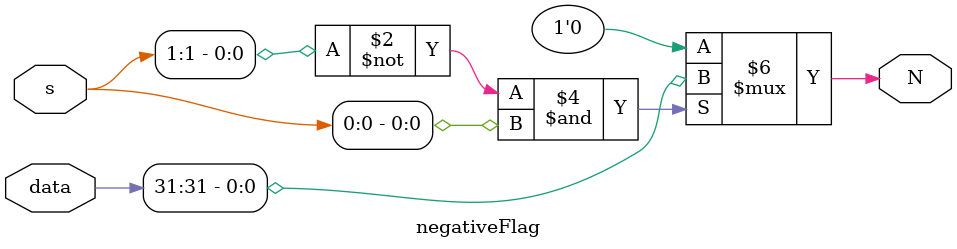
<source format=sv>
module negativeFlag
#(parameter bits=32)
(input logic [1:0]s, input logic [bits-1:0] data, output logic N);
	always @(*)
		begin
		if(s[1]==0 & s[0]==1)
			N<=data[bits-1];
		else
			N<=0;
		end
endmodule

</source>
